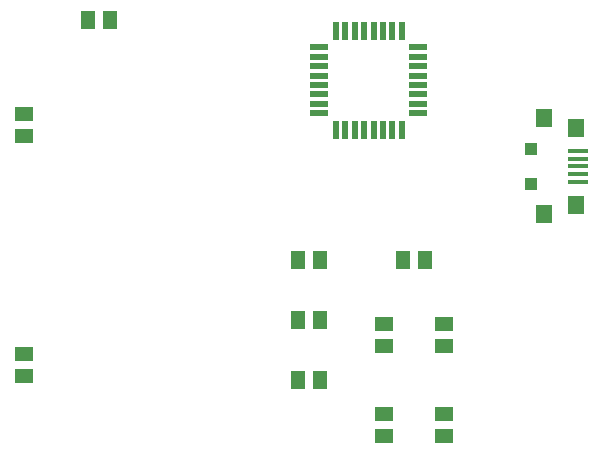
<source format=gbr>
G04 EAGLE Gerber RS-274X export*
G75*
%MOMM*%
%FSLAX34Y34*%
%LPD*%
%INSolderpaste Top*%
%IPPOS*%
%AMOC8*
5,1,8,0,0,1.08239X$1,22.5*%
G01*
%ADD10R,1.600000X0.550000*%
%ADD11R,0.550000X1.600000*%
%ADD12R,1.600000X1.300000*%
%ADD13R,1.300000X1.600000*%
%ADD14R,1.800000X0.400000*%
%ADD15R,1.350000X1.500000*%
%ADD16R,1.400000X1.500000*%
%ADD17R,1.100000X1.000000*%


D10*
X575200Y454600D03*
X575200Y462600D03*
X575200Y470600D03*
X575200Y478600D03*
X575200Y486600D03*
X575200Y494600D03*
X575200Y502600D03*
X575200Y510600D03*
D11*
X561400Y524400D03*
X553400Y524400D03*
X545400Y524400D03*
X537400Y524400D03*
X529400Y524400D03*
X521400Y524400D03*
X513400Y524400D03*
X505400Y524400D03*
D10*
X491600Y510600D03*
X491600Y502600D03*
X491600Y494600D03*
X491600Y486600D03*
X491600Y478600D03*
X491600Y470600D03*
X491600Y462600D03*
X491600Y454600D03*
D11*
X505400Y440800D03*
X513400Y440800D03*
X521400Y440800D03*
X529400Y440800D03*
X537400Y440800D03*
X545400Y440800D03*
X553400Y440800D03*
X561400Y440800D03*
D12*
X596900Y200000D03*
X596900Y181000D03*
X596900Y276200D03*
X596900Y257200D03*
D13*
X581000Y330200D03*
X562000Y330200D03*
D12*
X546100Y200000D03*
X546100Y181000D03*
X546100Y276200D03*
X546100Y257200D03*
D13*
X473100Y330200D03*
X492100Y330200D03*
X492100Y279400D03*
X473100Y279400D03*
X492100Y228600D03*
X473100Y228600D03*
D12*
X241300Y250800D03*
X241300Y231800D03*
X241300Y454000D03*
X241300Y435000D03*
D13*
X295300Y533400D03*
X314300Y533400D03*
D14*
X710400Y409700D03*
X710600Y403200D03*
X710600Y396700D03*
X710400Y416200D03*
X710400Y422700D03*
D15*
X682000Y369050D03*
X681950Y450500D03*
D16*
X708900Y442200D03*
X708900Y377200D03*
D17*
X670400Y394700D03*
X670400Y424700D03*
M02*

</source>
